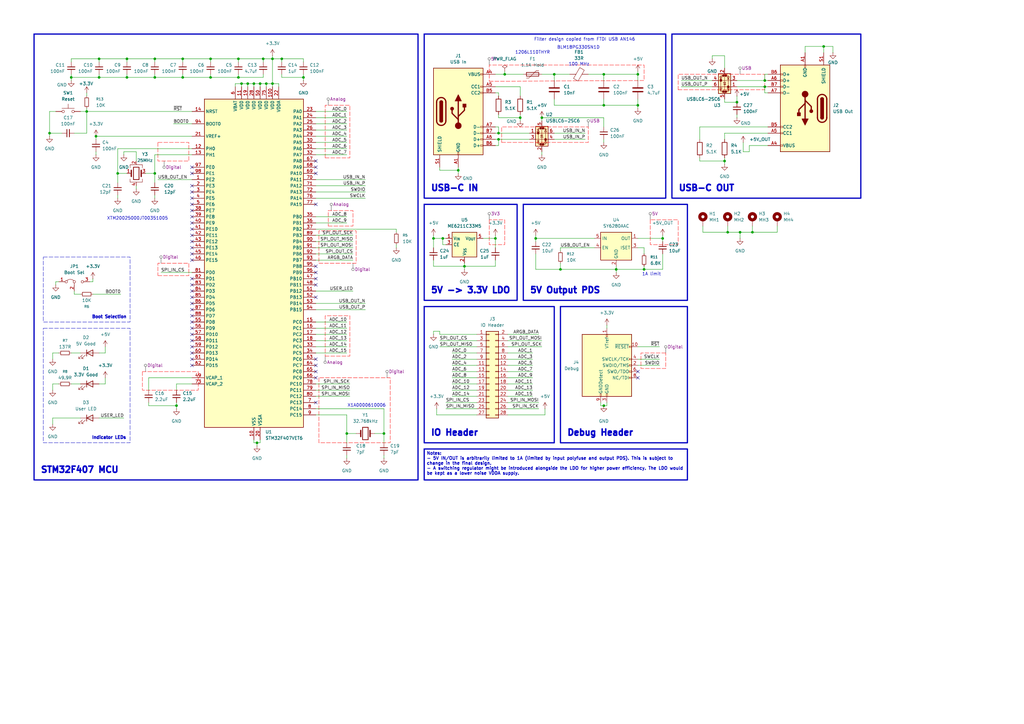
<source format=kicad_sch>
(kicad_sch (version 20250114) (generator "eeschema") (generator_version "9.0")
  (paper "A3")
  (title_block (title "miniMPE F407 Test Board") (date "2026-01-09") (rev "1") (company "Designed by Adrien Lesage") (comment 1 "Final review by Adrien Lesage on 2026-01-09") (comment 2 "Initial review by Adrien Lesage on 2025-12-27"))
  (rectangle (start 173.99 125.73) (end 227.33 181.61) (stroke (width 0.508)))
  (rectangle (start 17.78 105.41) (end 53.34 132.08) (stroke (width 0) (type dash)))
  (rectangle (start 214.63 83.82) (end 281.94 123.19) (stroke (width 0.508)))
  (rectangle (start 173.99 13.97) (end 273.05 81.28) (stroke (width 0.508)))
  (rectangle (start 275.59 13.97) (end 353.06 81.28) (stroke (width 0.508)))
  (rectangle (start 13.97 13.97) (end 171.45 196.85) (stroke (width 0.508)))
  (rectangle (start 229.87 125.73) (end 281.94 181.61) (stroke (width 0.508)))
  (rectangle (start 173.99 83.82) (end 212.09 123.19) (stroke (width 0.508)))
  (rectangle (start 17.78 134.62) (end 53.34 181.61) (stroke (width 0) (type dash)))
  (text "USB-C IN" (at 176.53 78.74 0) (effects (font (size 2.54 2.54) (thickness 1.016) (bold yes)) (justify left bottom)))
  (text "Indicator LEDs" (at 37.592 180.34 0) (effects (font (size 1.27 1.27) (thickness 1.016) (bold yes)) (justify left bottom)))
  (text "Boot Selection" (at 37.592 130.81 0) (effects (font (size 1.27 1.27) (thickness 1.016) (bold yes)) (justify left bottom)))
  (text "1206L110THYR" (at 218.44 21.59 0) (effects (font (size 1.27 1.27))))
  (text "BLM18PG330SN1D" (at 237.236 19.558 0) (effects (font (size 1.27 1.27))))
  (text "Debug Header" (at 232.41 179.07 0) (effects (font (size 2.54 2.54) (thickness 1.016) (bold yes)) (justify left bottom)))
  (text "XTM20025000JT00351005" (at 56.388 89.662 0) (effects (font (size 1.27 1.27))))
  (text "USB-C OUT" (at 278.13 78.74 0) (effects (font (size 2.54 2.54) (thickness 1.016) (bold yes)) (justify left bottom)))
  (text "STM32F407 MCU" (at 16.51 194.31 0) (effects (font (size 2.54 2.54) (thickness 1.016) (bold yes)) (justify left bottom)))
  (text "X1A0000610006" (at 150.368 166.37 0) (effects (font (size 1.27 1.27))))
  (text "Filter design copied from FTDI USB AN146" (at 239.776 16.256 0) (effects (font (size 1.27 1.27))))
  (text "100 MHz" (at 237.49 26.416 0) (effects (font (size 1.27 1.27))))
  (text "5V -> 3.3V LDO" (at 176.53 120.65 0) (effects (font (size 2.54 2.54) (thickness 1.016) (bold yes)) (justify left bottom)))
  (text "IO Header" (at 176.53 179.07 0) (effects (font (size 2.54 2.54) (thickness 1.016) (bold yes)) (justify left bottom)))
  (text "1A limit" (at 267.208 112.522 0) (effects (font (size 1.27 1.27))))
  (text "5V Output PDS" (at 217.17 120.65 0) (effects (font (size 2.54 2.54) (thickness 1.016) (bold yes)) (justify left bottom)))
  (text_box "Notes:\n- 5V IN/OUT is arbitrarily limited to 1A (limited by input polyfuse and output PDS). This is subject to change in the final design.\n- A switching regulator might be introduced alongside the LDO for higher power efficiency. The LDO would be kept as a lower noise VDDA supply." (at 173.99 184.15 0) (size 107.95 12.7) (margins 0.9525 0.9525 0.9525 0.9525) (stroke (width 0.508)) (effects (font (size 1.27 1.27) (thickness 0.254) (bold yes)) (justify left top)))
  (junction (at 207.01 30.48))
  (junction (at 229.87 110.49))
  (junction (at 20.32 54.61))
  (junction (at 63.5 71.12))
  (junction (at 303.53 95.25))
  (junction (at 271.78 97.79))
  (junction (at 35.56 45.72))
  (junction (at 99.06 34.29))
  (junction (at 97.79 24.13))
  (junction (at 115.57 24.13))
  (junction (at 63.5 31.75))
  (junction (at 337.82 19.05))
  (junction (at 109.22 34.29))
  (junction (at 181.61 97.79))
  (junction (at 40.64 31.75))
  (junction (at 40.64 24.13))
  (junction (at 124.46 31.75))
  (junction (at 106.68 34.29))
  (junction (at 86.36 31.75))
  (junction (at 72.39 166.37))
  (junction (at 302.26 41.91))
  (junction (at 74.93 31.75))
  (junction (at 247.65 166.37))
  (junction (at 252.73 110.49))
  (junction (at 313.69 33.02))
  (junction (at 187.96 69.85))
  (junction (at 190.5 109.22))
  (junction (at 74.93 24.13))
  (junction (at 213.36 48.26))
  (junction (at 48.26 71.12))
  (junction (at 86.36 24.13))
  (junction (at 247.65 30.48))
  (junction (at 104.14 34.29))
  (junction (at 111.76 34.29))
  (junction (at 261.62 30.48))
  (junction (at 298.45 95.25))
  (junction (at 219.71 97.79))
  (junction (at 157.48 177.8))
  (junction (at 97.79 31.75))
  (junction (at 107.95 24.13))
  (junction (at 63.5 24.13))
  (junction (at 204.47 57.15))
  (junction (at 52.07 24.13))
  (junction (at 177.8 97.79))
  (junction (at 29.21 31.75))
  (junction (at 101.6 34.29))
  (junction (at 39.37 55.88))
  (junction (at 204.47 54.61))
  (junction (at 247.65 43.18))
  (junction (at 297.18 66.04))
  (junction (at 261.62 43.18))
  (junction (at 222.25 48.26))
  (junction (at 264.16 110.49))
  (junction (at 111.76 24.13))
  (junction (at 203.2 97.79))
  (junction (at 105.41 181.61))
  (junction (at 52.07 31.75))
  (junction (at 227.33 30.48))
  (junction (at 142.24 177.8))
  (junction (at 313.69 35.56))
  (junction (at 308.61 95.25))
  (no_connect (at 129.54 165.1))
  (no_connect (at 129.54 109.22))
  (no_connect (at 78.74 127))
  (no_connect (at 129.54 152.4))
  (no_connect (at 78.74 149.86))
  (no_connect (at 78.74 147.32))
  (no_connect (at 78.74 144.78))
  (no_connect (at 129.54 68.58))
  (no_connect (at 78.74 129.54))
  (no_connect (at 78.74 86.36))
  (no_connect (at 129.54 149.86))
  (no_connect (at 78.74 132.08))
  (no_connect (at 78.74 121.92))
  (no_connect (at 78.74 134.62))
  (no_connect (at 78.74 104.14))
  (no_connect (at 261.62 154.94))
  (no_connect (at 129.54 154.94))
  (no_connect (at 261.62 152.4))
  (no_connect (at 129.54 116.84))
  (no_connect (at 78.74 116.84))
  (no_connect (at 129.54 121.92))
  (no_connect (at 78.74 71.12))
  (no_connect (at 78.74 68.58))
  (no_connect (at 78.74 96.52))
  (no_connect (at 78.74 106.68))
  (no_connect (at 78.74 124.46))
  (no_connect (at 78.74 88.9))
  (no_connect (at 129.54 66.04))
  (no_connect (at 129.54 111.76))
  (no_connect (at 78.74 93.98))
  (no_connect (at 129.54 114.3))
  (no_connect (at 129.54 83.82))
  (no_connect (at 78.74 142.24))
  (no_connect (at 78.74 81.28))
  (no_connect (at 78.74 114.3))
  (no_connect (at 129.54 71.12))
  (no_connect (at 78.74 119.38))
  (no_connect (at 78.74 91.44))
  (no_connect (at 78.74 99.06))
  (no_connect (at 78.74 76.2))
  (no_connect (at 78.74 83.82))
  (no_connect (at 78.74 139.7))
  (no_connect (at 78.74 78.74))
  (no_connect (at 78.74 137.16))
  (no_connect (at 78.74 101.6))
  (no_connect (at 129.54 147.32))
  (wire (pts (xy 22.86 115.57) (xy 24.13 115.57)))
  (wire (pts (xy 229.87 101.6) (xy 229.87 102.87)))
  (wire (pts (xy 111.76 24.13) (xy 115.57 24.13)))
  (wire (pts (xy 302.26 41.91) (xy 297.18 41.91)))
  (wire (pts (xy 144.78 96.52) (xy 129.54 96.52)))
  (wire (pts (xy 99.06 35.56) (xy 99.06 34.29)))
  (wire (pts (xy 180.34 135.89) (xy 180.34 137.16)))
  (wire (pts (xy 203.2 57.15) (xy 204.47 57.15)))
  (wire (pts (xy 115.57 31.75) (xy 115.57 30.48)))
  (wire (pts (xy 227.33 30.48) (xy 222.25 30.48)))
  (wire (pts (xy 149.86 73.66) (xy 129.54 73.66)))
  (wire (pts (xy 60.96 154.94) (xy 60.96 160.02)))
  (wire (pts (xy 314.96 38.1) (xy 313.69 38.1)))
  (wire (pts (xy 63.5 74.93) (xy 63.5 71.12)))
  (wire (pts (xy 279.4 33.02) (xy 292.1 33.02)))
  (wire (pts (xy 104.14 34.29) (xy 104.14 35.56)))
  (wire (pts (xy 104.14 34.29) (xy 106.68 34.29)))
  (wire (pts (xy 307.34 62.23) (xy 304.8 62.23)))
  (wire (pts (xy 144.78 99.06) (xy 129.54 99.06)))
  (wire (pts (xy 213.36 46.99) (xy 213.36 48.26)))
  (wire (pts (xy 86.36 24.13) (xy 74.93 24.13)))
  (wire (pts (xy 40.64 30.48) (xy 40.64 31.75)))
  (wire (pts (xy 177.8 101.6) (xy 177.8 97.79)))
  (wire (pts (xy 287.02 57.15) (xy 287.02 52.07)))
  (wire (pts (xy 111.76 24.13) (xy 107.95 24.13)))
  (wire (pts (xy 341.63 19.05) (xy 337.82 19.05)))
  (wire (pts (xy 129.54 106.68) (xy 144.78 106.68)))
  (wire (pts (xy 107.95 24.13) (xy 97.79 24.13)))
  (wire (pts (xy 39.37 62.23) (xy 39.37 63.5)))
  (wire (pts (xy 185.42 147.32) (xy 195.58 147.32)))
  (wire (pts (xy 109.22 34.29) (xy 109.22 35.56)))
  (wire (pts (xy 35.56 45.72) (xy 35.56 54.61)))
  (wire (pts (xy 270.51 142.24) (xy 261.62 142.24)))
  (wire (pts (xy 288.29 95.25) (xy 298.45 95.25)))
  (wire (pts (xy 227.33 40.64) (xy 227.33 43.18)))
  (wire (pts (xy 111.76 34.29) (xy 111.76 35.56)))
  (wire (pts (xy 203.2 38.1) (xy 204.47 38.1)))
  (wire (pts (xy 271.78 97.79) (xy 271.78 99.06)))
  (wire (pts (xy 55.88 76.2) (xy 55.88 77.47)))
  (wire (pts (xy 43.18 154.94) (xy 43.18 157.48)))
  (wire (pts (xy 252.73 110.49) (xy 252.73 111.76)))
  (wire (pts (xy 97.79 31.75) (xy 107.95 31.75)))
  (wire (pts (xy 190.5 109.22) (xy 190.5 110.49)))
  (wire (pts (xy 72.39 157.48) (xy 78.74 157.48)))
  (wire (pts (xy 220.98 165.1) (xy 208.28 165.1)))
  (wire (pts (xy 218.44 144.78) (xy 208.28 144.78)))
  (wire (pts (xy 218.44 162.56) (xy 208.28 162.56)))
  (wire (pts (xy 72.39 166.37) (xy 60.96 166.37)))
  (wire (pts (xy 233.68 30.48) (xy 227.33 30.48)))
  (wire (pts (xy 302.26 33.02) (xy 313.69 33.02)))
  (wire (pts (xy 21.59 144.78) (xy 24.13 144.78)))
  (wire (pts (xy 104.14 181.61) (xy 105.41 181.61)))
  (wire (pts (xy 157.48 186.69) (xy 157.48 187.96)))
  (wire (pts (xy 287.02 52.07) (xy 314.96 52.07)))
  (wire (pts (xy 297.18 66.04) (xy 297.18 64.77)))
  (wire (pts (xy 264.16 101.6) (xy 264.16 104.14)))
  (wire (pts (xy 314.96 30.48) (xy 313.69 30.48)))
  (wire (pts (xy 204.47 59.69) (xy 203.2 59.69)))
  (wire (pts (xy 22.86 116.84) (xy 22.86 115.57)))
  (wire (pts (xy 185.42 152.4) (xy 195.58 152.4)))
  (wire (pts (xy 50.8 62.23) (xy 55.88 62.23)))
  (wire (pts (xy 313.69 35.56) (xy 313.69 38.1)))
  (wire (pts (xy 86.36 24.13) (xy 86.36 25.4)))
  (wire (pts (xy 313.69 33.02) (xy 314.96 33.02)))
  (wire (pts (xy 177.8 135.89) (xy 177.8 137.16)))
  (wire (pts (xy 227.33 43.18) (xy 247.65 43.18)))
  (wire (pts (xy 129.54 93.98) (xy 162.56 93.98)))
  (wire (pts (xy 63.5 80.01) (xy 63.5 81.28)))
  (wire (pts (xy 218.44 157.48) (xy 208.28 157.48)))
  (wire (pts (xy 39.37 57.15) (xy 39.37 55.88)))
  (wire (pts (xy 219.71 99.06) (xy 219.71 97.79)))
  (wire (pts (xy 107.95 31.75) (xy 107.95 30.48)))
  (wire (pts (xy 35.56 44.45) (xy 35.56 45.72)))
  (wire (pts (xy 29.21 24.13) (xy 29.21 25.4)))
  (wire (pts (xy 246.38 165.1) (xy 246.38 166.37)))
  (wire (pts (xy 52.07 24.13) (xy 40.64 24.13)))
  (wire (pts (xy 129.54 119.38) (xy 144.78 119.38)))
  (wire (pts (xy 129.54 50.8) (xy 142.24 50.8)))
  (wire (pts (xy 21.59 173.99) (xy 21.59 171.45)))
  (wire (pts (xy 66.04 111.76) (xy 78.74 111.76)))
  (wire (pts (xy 144.78 104.14) (xy 129.54 104.14)))
  (wire (pts (xy 297.18 54.61) (xy 314.96 54.61)))
  (wire (pts (xy 270.51 147.32) (xy 261.62 147.32)))
  (wire (pts (xy 60.96 166.37) (xy 60.96 165.1)))
  (wire (pts (xy 111.76 34.29) (xy 111.76 24.13)))
  (wire (pts (xy 204.47 38.1) (xy 204.47 39.37)))
  (wire (pts (xy 185.42 149.86) (xy 195.58 149.86)))
  (wire (pts (xy 52.07 31.75) (xy 63.5 31.75)))
  (wire (pts (xy 162.56 93.98) (xy 162.56 95.25)))
  (wire (pts (xy 302.26 46.99) (xy 302.26 48.26)))
  (wire (pts (xy 292.1 22.86) (xy 297.18 22.86)))
  (wire (pts (xy 180.34 69.85) (xy 187.96 69.85)))
  (wire (pts (xy 129.54 142.24) (xy 142.24 142.24)))
  (wire (pts (xy 297.18 22.86) (xy 297.18 27.94)))
  (wire (pts (xy 246.38 166.37) (xy 247.65 166.37)))
  (wire (pts (xy 207.01 30.48) (xy 203.2 30.48)))
  (wire (pts (xy 252.73 110.49) (xy 264.16 110.49)))
  (wire (pts (xy 153.67 177.8) (xy 157.48 177.8)))
  (wire (pts (xy 214.63 30.48) (xy 207.01 30.48)))
  (wire (pts (xy 20.32 54.61) (xy 20.32 55.88)))
  (wire (pts (xy 177.8 106.68) (xy 177.8 109.22)))
  (wire (pts (xy 21.59 160.02) (xy 21.59 157.48)))
  (wire (pts (xy 222.25 48.26) (xy 222.25 49.53)))
  (wire (pts (xy 292.1 24.13) (xy 292.1 22.86)))
  (wire (pts (xy 218.44 147.32) (xy 208.28 147.32)))
  (wire (pts (xy 48.26 80.01) (xy 48.26 81.28)))
  (wire (pts (xy 252.73 109.22) (xy 252.73 110.49)))
  (wire (pts (xy 203.2 35.56) (xy 213.36 35.56)))
  (wire (pts (xy 279.4 35.56) (xy 292.1 35.56)))
  (wire (pts (xy 247.65 30.48) (xy 261.62 30.48)))
  (wire (pts (xy 29.21 144.78) (xy 33.02 144.78)))
  (wire (pts (xy 318.77 95.25) (xy 318.77 92.71)))
  (wire (pts (xy 204.47 48.26) (xy 204.47 46.99)))
  (wire (pts (xy 181.61 97.79) (xy 181.61 100.33)))
  (wire (pts (xy 149.86 124.46) (xy 129.54 124.46)))
  (wire (pts (xy 218.44 160.02) (xy 208.28 160.02)))
  (wire (pts (xy 223.52 170.18) (xy 223.52 167.64)))
  (wire (pts (xy 177.8 96.52) (xy 177.8 97.79)))
  (wire (pts (xy 63.5 71.12) (xy 59.69 71.12)))
  (wire (pts (xy 213.36 35.56) (xy 213.36 39.37)))
  (wire (pts (xy 218.44 152.4) (xy 208.28 152.4)))
  (wire (pts (xy 129.54 55.88) (xy 142.24 55.88)))
  (wire (pts (xy 104.14 180.34) (xy 104.14 181.61)))
  (wire (pts (xy 247.65 57.15) (xy 247.65 58.42)))
  (wire (pts (xy 50.8 63.5) (xy 50.8 62.23)))
  (wire (pts (xy 49.53 120.65) (xy 38.1 120.65)))
  (wire (pts (xy 271.78 104.14) (xy 271.78 110.49)))
  (wire (pts (xy 114.3 34.29) (xy 114.3 35.56)))
  (wire (pts (xy 64.77 73.66) (xy 78.74 73.66)))
  (wire (pts (xy 219.71 110.49) (xy 219.71 104.14)))
  (wire (pts (xy 20.32 45.72) (xy 20.32 54.61)))
  (wire (pts (xy 74.93 24.13) (xy 63.5 24.13)))
  (wire (pts (xy 74.93 30.48) (xy 74.93 31.75)))
  (wire (pts (xy 227.33 30.48) (xy 227.33 33.02)))
  (wire (pts (xy 203.2 52.07) (xy 204.47 52.07)))
  (wire (pts (xy 40.64 24.13) (xy 29.21 24.13)))
  (wire (pts (xy 52.07 24.13) (xy 52.07 25.4)))
  (wire (pts (xy 142.24 88.9) (xy 129.54 88.9)))
  (wire (pts (xy 190.5 109.22) (xy 190.5 107.95)))
  (wire (pts (xy 129.54 170.18) (xy 142.24 170.18)))
  (wire (pts (xy 129.54 48.26) (xy 142.24 48.26)))
  (wire (pts (xy 182.88 100.33) (xy 181.61 100.33)))
  (wire (pts (xy 298.45 95.25) (xy 303.53 95.25)))
  (wire (pts (xy 302.26 41.91) (xy 302.26 39.37)))
  (wire (pts (xy 105.41 181.61) (xy 106.68 181.61)))
  (wire (pts (xy 142.24 181.61) (xy 142.24 177.8)))
  (wire (pts (xy 220.98 137.16) (xy 208.28 137.16)))
  (wire (pts (xy 252.73 110.49) (xy 229.87 110.49)))
  (wire (pts (xy 204.47 54.61) (xy 203.2 54.61)))
  (wire (pts (xy 29.21 30.48) (xy 29.21 31.75)))
  (wire (pts (xy 204.47 48.26) (xy 213.36 48.26)))
  (wire (pts (xy 313.69 35.56) (xy 314.96 35.56)))
  (wire (pts (xy 143.51 162.56) (xy 129.54 162.56)))
  (wire (pts (xy 247.65 43.18) (xy 261.62 43.18)))
  (wire (pts (xy 72.39 165.1) (xy 72.39 166.37)))
  (wire (pts (xy 229.87 110.49) (xy 219.71 110.49)))
  (wire (pts (xy 43.18 144.78) (xy 40.64 144.78)))
  (wire (pts (xy 107.95 24.13) (xy 107.95 25.4)))
  (wire (pts (xy 218.44 154.94) (xy 208.28 154.94)))
  (wire (pts (xy 142.24 186.69) (xy 142.24 187.96)))
  (wire (pts (xy 101.6 34.29) (xy 104.14 34.29)))
  (wire (pts (xy 143.51 160.02) (xy 129.54 160.02)))
  (wire (pts (xy 74.93 31.75) (xy 86.36 31.75)))
  (wire (pts (xy 99.06 34.29) (xy 101.6 34.29)))
  (wire (pts (xy 203.2 109.22) (xy 203.2 106.68)))
  (wire (pts (xy 247.65 40.64) (xy 247.65 43.18)))
  (wire (pts (xy 106.68 34.29) (xy 109.22 34.29)))
  (wire (pts (xy 72.39 160.02) (xy 72.39 157.48)))
  (wire (pts (xy 96.52 34.29) (xy 99.06 34.29)))
  (wire (pts (xy 261.62 33.02) (xy 261.62 30.48)))
  (wire (pts (xy 330.2 21.59) (xy 330.2 19.05)))
  (wire (pts (xy 303.53 97.79) (xy 303.53 95.25)))
  (wire (pts (xy 72.39 167.64) (xy 72.39 166.37)))
  (wire (pts (xy 21.59 157.48) (xy 24.13 157.48)))
  (wire (pts (xy 308.61 92.71) (xy 308.61 95.25)))
  (wire (pts (xy 129.54 91.44) (xy 142.24 91.44)))
  (wire (pts (xy 97.79 24.13) (xy 86.36 24.13)))
  (wire (pts (xy 204.47 57.15) (xy 204.47 59.69)))
  (wire (pts (xy 63.5 24.13) (xy 52.07 24.13)))
  (wire (pts (xy 106.68 181.61) (xy 106.68 180.34)))
  (wire (pts (xy 222.25 139.7) (xy 208.28 139.7)))
  (wire (pts (xy 203.2 97.79) (xy 198.12 97.79)))
  (wire (pts (xy 302.26 35.56) (xy 313.69 35.56)))
  (wire (pts (xy 337.82 19.05) (xy 337.82 21.59)))
  (wire (pts (xy 111.76 34.29) (xy 114.3 34.29)))
  (wire (pts (xy 241.3 30.48) (xy 247.65 30.48)))
  (wire (pts (xy 222.25 142.24) (xy 208.28 142.24)))
  (wire (pts (xy 330.2 19.05) (xy 337.82 19.05)))
  (wire (pts (xy 149.86 127) (xy 129.54 127)))
  (wire (pts (xy 313.69 30.48) (xy 313.69 33.02)))
  (wire (pts (xy 96.52 35.56) (xy 96.52 34.29)))
  (wire (pts (xy 177.8 109.22) (xy 190.5 109.22)))
  (wire (pts (xy 185.42 162.56) (xy 195.58 162.56)))
  (wire (pts (xy 20.32 54.61) (xy 25.4 54.61)))
  (wire (pts (xy 303.53 95.25) (xy 308.61 95.25)))
  (wire (pts (xy 187.96 69.85) (xy 187.96 71.12)))
  (wire (pts (xy 21.59 147.32) (xy 21.59 144.78)))
  (wire (pts (xy 287.02 66.04) (xy 297.18 66.04)))
  (wire (pts (xy 204.47 52.07) (xy 204.47 54.61)))
  (wire (pts (xy 229.87 110.49) (xy 229.87 107.95)))
  (wire (pts (xy 213.36 49.53) (xy 213.36 48.26)))
  (wire (pts (xy 63.5 30.48) (xy 63.5 31.75)))
  (wire (pts (xy 217.17 57.15) (xy 204.47 57.15)))
  (wire (pts (xy 106.68 34.29) (xy 106.68 35.56)))
  (wire (pts (xy 185.42 154.94) (xy 195.58 154.94)))
  (wire (pts (xy 109.22 34.29) (xy 111.76 34.29)))
  (wire (pts (xy 63.5 63.5) (xy 63.5 71.12)))
  (wire (pts (xy 101.6 34.29) (xy 101.6 35.56)))
  (wire (pts (xy 29.21 157.48) (xy 33.02 157.48)))
  (wire (pts (xy 177.8 135.89) (xy 180.34 135.89)))
  (wire (pts (xy 304.8 58.42) (xy 304.8 62.23)))
  (wire (pts (xy 129.54 53.34) (xy 142.24 53.34)))
  (wire (pts (xy 218.44 149.86) (xy 208.28 149.86)))
  (wire (pts (xy 261.62 43.18) (xy 261.62 44.45)))
  (wire (pts (xy 52.07 30.48) (xy 52.07 31.75)))
  (wire (pts (xy 308.61 95.25) (xy 318.77 95.25)))
  (wire (pts (xy 297.18 41.91) (xy 297.18 40.64)))
  (wire (pts (xy 124.46 31.75) (xy 115.57 31.75)))
  (wire (pts (xy 86.36 30.48) (xy 86.36 31.75)))
  (wire (pts (xy 190.5 109.22) (xy 203.2 109.22)))
  (wire (pts (xy 181.61 97.79) (xy 182.88 97.79)))
  (wire (pts (xy 21.59 171.45) (xy 33.02 171.45)))
  (wire (pts (xy 129.54 137.16) (xy 142.24 137.16)))
  (wire (pts (xy 63.5 24.13) (xy 63.5 25.4)))
  (wire (pts (xy 86.36 31.75) (xy 97.79 31.75)))
  (wire (pts (xy 50.8 171.45) (xy 40.64 171.45)))
  (wire (pts (xy 129.54 58.42) (xy 142.24 58.42)))
  (wire (pts (xy 35.56 45.72) (xy 78.74 45.72)))
  (wire (pts (xy 203.2 96.52) (xy 203.2 97.79)))
  (wire (pts (xy 240.03 54.61) (xy 227.33 54.61)))
  (wire (pts (xy 219.71 96.52) (xy 219.71 97.79)))
  (wire (pts (xy 307.34 62.23) (xy 307.34 59.69)))
  (wire (pts (xy 248.92 166.37) (xy 248.92 165.1)))
  (wire (pts (xy 179.07 170.18) (xy 179.07 167.64)))
  (wire (pts (xy 270.51 149.86) (xy 261.62 149.86)))
  (wire (pts (xy 248.92 133.35) (xy 248.92 134.62)))
  (wire (pts (xy 63.5 63.5) (xy 78.74 63.5)))
  (wire (pts (xy 182.88 167.64) (xy 195.58 167.64)))
  (wire (pts (xy 185.42 144.78) (xy 195.58 144.78)))
  (wire (pts (xy 341.63 21.59) (xy 341.63 19.05)))
  (wire (pts (xy 129.54 60.96) (xy 142.24 60.96)))
  (wire (pts (xy 40.64 24.13) (xy 40.64 25.4)))
  (wire (pts (xy 129.54 144.78) (xy 142.24 144.78)))
  (wire (pts (xy 185.42 157.48) (xy 195.58 157.48)))
  (wire (pts (xy 115.57 24.13) (xy 124.46 24.13)))
  (wire (pts (xy 71.12 50.8) (xy 78.74 50.8)))
  (wire (pts (xy 261.62 29.21) (xy 261.62 30.48)))
  (wire (pts (xy 35.56 54.61) (xy 30.48 54.61)))
  (wire (pts (xy 271.78 110.49) (xy 264.16 110.49)))
  (wire (pts (xy 33.02 45.72) (xy 35.56 45.72)))
  (wire (pts (xy 38.1 114.3) (xy 38.1 115.57)))
  (wire (pts (xy 217.17 54.61) (xy 204.47 54.61)))
  (wire (pts (xy 207.01 29.21) (xy 207.01 30.48)))
  (wire (pts (xy 142.24 177.8) (xy 146.05 177.8)))
  (wire (pts (xy 124.46 31.75) (xy 124.46 33.02)))
  (wire (pts (xy 40.64 31.75) (xy 52.07 31.75)))
  (wire (pts (xy 63.5 31.75) (xy 74.93 31.75)))
  (wire (pts (xy 149.86 78.74) (xy 129.54 78.74)))
  (wire (pts (xy 288.29 92.71) (xy 288.29 95.25)))
  (wire (pts (xy 38.1 115.57) (xy 36.83 115.57)))
  (wire (pts (xy 180.34 139.7) (xy 195.58 139.7)))
  (wire (pts (xy 142.24 132.08) (xy 129.54 132.08)))
  (wire (pts (xy 180.34 142.24) (xy 195.58 142.24)))
  (wire (pts (xy 187.96 69.85) (xy 187.96 68.58)))
  (wire (pts (xy 261.62 101.6) (xy 264.16 101.6)))
  (wire (pts (xy 78.74 154.94) (xy 60.96 154.94)))
  (wire (pts (xy 29.21 31.75) (xy 40.64 31.75)))
  (wire (pts (xy 185.42 160.02) (xy 195.58 160.02)))
  (wire (pts (xy 264.16 110.49) (xy 264.16 109.22)))
  (wire (pts (xy 43.18 142.24) (xy 43.18 144.78)))
  (wire (pts (xy 247.65 30.48) (xy 247.65 33.02)))
  (wire (pts (xy 162.56 100.33) (xy 162.56 101.6)))
  (wire (pts (xy 297.18 57.15) (xy 297.18 54.61)))
  (wire (pts (xy 48.26 71.12) (xy 48.26 74.93)))
  (wire (pts (xy 149.86 81.28) (xy 129.54 81.28)))
  (wire (pts (xy 144.78 101.6) (xy 129.54 101.6)))
  (wire (pts (xy 105.41 181.61) (xy 105.41 182.88)))
  (wire (pts (xy 261.62 97.79) (xy 271.78 97.79)))
  (wire (pts (xy 180.34 137.16) (xy 195.58 137.16)))
  (wire (pts (xy 298.45 92.71) (xy 298.45 95.25)))
  (wire (pts (xy 22.86 45.72) (xy 20.32 45.72)))
  (wire (pts (xy 124.46 30.48) (xy 124.46 31.75)))
  (wire (pts (xy 48.26 71.12) (xy 48.26 60.96)))
  (wire (pts (xy 247.65 48.26) (xy 222.25 48.26)))
  (wire (pts (xy 149.86 76.2) (xy 129.54 76.2)))
  (wire (pts (xy 29.21 31.75) (xy 29.21 33.02)))
  (wire (pts (xy 55.88 62.23) (xy 55.88 66.04)))
  (wire (pts (xy 33.02 120.65) (xy 30.48 120.65)))
  (wire (pts (xy 307.34 59.69) (xy 314.96 59.69)))
  (wire (pts (xy 74.93 24.13) (xy 74.93 25.4)))
  (wire (pts (xy 177.8 97.79) (xy 181.61 97.79)))
  (wire (pts (xy 111.76 22.86) (xy 111.76 24.13)))
  (wire (pts (xy 180.34 68.58) (xy 180.34 69.85)))
  (wire (pts (xy 203.2 101.6) (xy 203.2 97.79)))
  (wire (pts (xy 247.65 52.07) (xy 247.65 48.26)))
  (wire (pts (xy 143.51 157.48) (xy 129.54 157.48)))
  (wire (pts (xy 247.65 166.37) (xy 248.92 166.37)))
  (wire (pts (xy 219.71 97.79) (xy 243.84 97.79)))
  (wire (pts (xy 142.24 170.18) (xy 142.24 177.8)))
  (wire (pts (xy 271.78 96.52) (xy 271.78 97.79)))
  (wire (pts (xy 52.07 71.12) (xy 48.26 71.12)))
  (wire (pts (xy 287.02 64.77) (xy 287.02 66.04)))
  (wire (pts (xy 261.62 43.18) (xy 261.62 40.64)))
  (wire (pts (xy 129.54 167.64) (xy 157.48 167.64)))
  (wire (pts (xy 48.26 60.96) (xy 78.74 60.96)))
  (wire (pts (xy 157.48 177.8) (xy 157.48 167.64)))
  (wire (pts (xy 179.07 170.18) (xy 195.58 170.18)))
  (wire (pts (xy 97.79 24.13) (xy 97.79 25.4)))
  (wire (pts (xy 157.48 177.8) (xy 157.48 181.61)))
  (wire (pts (xy 43.18 157.48) (xy 40.64 157.48)))
  (wire (pts (xy 220.98 167.64) (xy 208.28 167.64)))
  (wire (pts (xy 229.87 101.6) (xy 243.84 101.6)))
  (wire (pts (xy 182.88 165.1) (xy 195.58 165.1)))
  (wire (pts (xy 129.54 139.7) (xy 142.24 139.7)))
  (wire (pts (xy 129.54 134.62) (xy 142.24 134.62)))
  (wire (pts (xy 222.25 62.23) (xy 222.25 63.5)))
  (wire (pts (xy 115.57 24.13) (xy 115.57 25.4)))
  (wire (pts (xy 35.56 38.1) (xy 35.56 39.37)))
  (wire (pts (xy 297.18 66.04) (xy 297.18 67.31)))
  (wire (pts (xy 240.03 57.15) (xy 227.33 57.15)))
  (wire (pts (xy 30.48 120.65) (xy 30.48 119.38)))
  (wire (pts (xy 208.28 170.18) (xy 223.52 170.18)))
  (wire (pts (xy 142.24 45.72) (xy 129.54 45.72)))
  (wire (pts (xy 124.46 24.13) (xy 124.46 25.4)))
  (wire (pts (xy 97.79 30.48) (xy 97.79 31.75)))
  (wire (pts (xy 39.37 55.88) (xy 78.74 55.88)))
  (wire (pts (xy 129.54 63.5) (xy 142.24 63.5)))
  (label "ADC_5" (at 218.44 149.86 180))
  (label "SPI_IN_MISO" (at 143.51 160.02 180))
  (label "SPI_OUT_CS" (at 144.78 104.14 180))
  (label "ADC_4" (at 142.24 55.88 180))
  (label "ADC_6" (at 142.24 60.96 180))
  (label "USB_OUT_P" (at 279.4 35.56 0))
  (label "USB_OUT_N" (at 279.4 33.02 0))
  (label "ADC_14" (at 185.42 162.56 0))
  (label "ADC_7" (at 142.24 63.5 180))
  (label "ADC_3" (at 142.24 53.34 180))
  (label "ADC_13" (at 218.44 160.02 180))
  (label "ADC_13" (at 142.24 139.7 180))
  (label "ARGB_DATA" (at 220.98 137.16 180))
  (label "SPI_OUT_MOSI" (at 222.25 139.7 180))
  (label "SPI_OUT_SCK" (at 144.78 96.52 180))
  (label "SPI_IN_SCK" (at 220.98 167.64 180))
  (label "ADC_10" (at 185.42 157.48 0))
  (label "SPI_OUT_MISO" (at 144.78 99.06 180))
  (label "ADC_9" (at 218.44 154.94 180))
  (label "USB_IN_N" (at 240.03 54.61 180))
  (label "USB_IN_P" (at 149.86 76.2 180))
  (label "SWCLK" (at 270.51 147.32 180))
  (label "ADC_14" (at 142.24 142.24 180))
  (label "SPI_IN_CS" (at 182.88 165.1 0))
  (label "ADC_11" (at 142.24 134.62 180))
  (label "ARGB_DATA" (at 144.78 106.68 180))
  (label "USB_OUT_EN" (at 229.87 101.6 0))
  (label "SPI_IN_MOSI" (at 220.98 165.1 180))
  (label "ADC_1" (at 218.44 144.78 180))
  (label "ADC_10" (at 142.24 132.08 180))
  (label "SWDIO" (at 149.86 78.74 180))
  (label "BOOT0" (at 49.53 120.65 180))
  (label "ADC_6" (at 185.42 152.4 0))
  (label "~{RST}" (at 71.12 45.72 0))
  (label "ADC_5" (at 142.24 58.42 180))
  (label "SPI_IN_MISO" (at 182.88 167.64 0))
  (label "SPI_OUT_SCK" (at 222.25 142.24 180))
  (label "SWDIO" (at 270.51 149.86 180))
  (label "ADC_9" (at 142.24 91.44 180))
  (label "ADC_12" (at 142.24 137.16 180))
  (label "ADC_2" (at 185.42 147.32 0))
  (label "SPI_OUT_MISO" (at 180.34 142.24 0))
  (label "USB_IN_N" (at 149.86 73.66 180))
  (label "SWCLK" (at 149.86 81.28 180))
  (label "~{RST}" (at 270.51 142.24 180))
  (label "ADC_15" (at 218.44 162.56 180))
  (label "BOOT0" (at 71.12 50.8 0))
  (label "USER_LED" (at 144.78 119.38 180))
  (label "ADC_2" (at 142.24 50.8 180))
  (label "SPI_IN_MOSI" (at 143.51 162.56 180))
  (label "ADC_4" (at 185.42 149.86 0))
  (label "USB_IN_P" (at 240.03 57.15 180))
  (label "ADC_1" (at 142.24 48.26 180))
  (label "SPI_OUT_CS" (at 180.34 139.7 0))
  (label "ADC_8" (at 185.42 154.94 0))
  (label "ADC_15" (at 142.24 144.78 180))
  (label "SPI_IN_SCK" (at 143.51 157.48 180))
  (label "ADC_7" (at 218.44 152.4 180))
  (label "ADC_11" (at 218.44 157.48 180))
  (label "ADC_12" (at 185.42 160.02 0))
  (label "ADC_3" (at 218.44 147.32 180))
  (label "USB_OUT_N" (at 149.86 124.46 180))
  (label "USB_OUT_P" (at 149.86 127 180))
  (label "ADC_0" (at 142.24 45.72 180))
  (label "USER_LED" (at 50.8 171.45 180))
  (label "ADC_8" (at 142.24 88.9 180))
  (label "SPI_OUT_MOSI" (at 144.78 101.6 180))
  (label "USB_OUT_EN" (at 64.77 73.66 0))
  (label "SPI_IN_CS" (at 66.04 111.76 0))
  (label "ADC_0" (at 185.42 144.78 0))
  (rule_area (polyline (pts (xy 200.66 90.17) (xy 200.66 100.33) (xy 207.01 100.33) (xy 207.01 90.17)) (stroke (width 0) (type dash))))
  (rule_area (polyline (pts (xy 58.42 152.4) (xy 58.42 160.02) (xy 81.28 160.02) (xy 81.28 152.4)) (stroke (width 0) (type dash))))
  (rule_area (polyline (pts (xy 64.77 58.42) (xy 64.77 66.04) (xy 77.47 66.04) (xy 77.47 58.42)) (stroke (width 0) (type dash))))
  (rule_area (polyline (pts (xy 205.74 58.42) (xy 241.3 58.42) (xy 241.3 52.07) (xy 205.74 52.07)) (stroke (width 0) (type dash))))
  (rule_area (polyline (pts (xy 278.13 36.83) (xy 313.69 36.83) (xy 313.69 30.48) (xy 278.13 30.48)) (stroke (width 0) (type dash))))
  (rule_area (polyline (pts (xy 130.81 154.94) (xy 130.81 181.61) (xy 160.02 181.61) (xy 160.02 154.94)) (stroke (width 0) (type dash))))
  (rule_area (polyline (pts (xy 266.7 90.17) (xy 266.7 100.33) (xy 278.13 100.33) (xy 278.13 90.17)) (stroke (width 0) (type dash))))
  (rule_area (polyline (pts (xy 200.66 33.3375) (xy 264.16 33.02) (xy 264.16 26.67) (xy 200.66 26.67)) (stroke (width 0) (type dash))))
  (rule_area (polyline (pts (xy 133.35 64.77) (xy 143.51 64.77) (xy 143.51 43.18) (xy 133.35 43.18)) (stroke (width 0) (type dash))))
  (rule_area (polyline (pts (xy 64.77 113.03) (xy 77.47 113.03) (xy 77.47 107.95) (xy 64.77 107.95)) (stroke (width 0) (type dash))))
  (rule_area (polyline (pts (xy 134.62 92.71) (xy 144.78 92.71) (xy 144.78 86.36) (xy 134.62 86.36)) (stroke (width 0) (type dash))))
  (rule_area (polyline (pts (xy 273.05 144.78) (xy 262.89 144.78) (xy 262.89 151.13) (xy 273.05 151.13)) (stroke (width 0) (type dash))))
  (rule_area (polyline (pts (xy 130.81 107.95) (xy 146.05 107.95) (xy 146.05 94.615) (xy 130.81 94.615)) (stroke (width 0) (type dash))))
  (rule_area (polyline (pts (xy 133.35 146.05) (xy 143.51 146.05) (xy 143.51 129.54) (xy 133.35 129.54)) (stroke (width 0) (type dash))))
  (netclass_flag "" (length 2.54) (shape round) (at 158.75 154.94 0) (property "Netclass" "Digital" (at 159.4485 152.4 0) (effects (justify left))))
  (netclass_flag "" (length 2.54) (shape round) (at 135.89 86.36 0) (property "Netclass" "Analog" (at 136.5885 83.82 0) (effects (justify left))))
  (netclass_flag "" (length 2.54) (shape round) (at 144.78 107.95 180) (property "Netclass" "Digital" (at 145.4785 110.49 0) (effects (justify left))))
  (netclass_flag "" (length 2.54) (shape round) (at 133.35 146.05 180) (property "Netclass" "Analog" (at 134.0485 148.59 0) (effects (justify left))))
  (netclass_flag "" (length 2.54) (shape round) (at 67.31 66.04 180) (property "Netclass" "Digital" (at 68.0085 68.58 0) (effects (justify left))))
  (netclass_flag "" (length 2.54) (shape round) (at 200.66 90.17 0) (property "Netclass" "3V3" (at 201.3585 87.63 0) (effects (justify left))))
  (netclass_flag "" (length 2.54) (shape round) (at 273.05 144.78 0) (property "Netclass" "Digital" (at 273.7485 142.24 0) (effects (justify left))))
  (netclass_flag "" (length 2.54) (shape round) (at 66.04 107.95 0) (property "Netclass" "Digital" (at 66.7385 105.41 0) (effects (justify left))))
  (netclass_flag "" (length 2.54) (shape round) (at 303.53 30.48 0) (property "Netclass" "USB" (at 304.2285 27.94 0) (effects (justify left))))
  (netclass_flag "" (length 2.54) (shape round) (at 59.69 152.4 0) (property "Netclass" "Digital" (at 60.3885 149.86 0) (effects (justify left))))
  (netclass_flag "" (length 2.54) (shape round) (at 134.62 43.18 0) (property "Netclass" "Analog" (at 135.3185 40.64 0) (effects (justify left))))
  (netclass_flag "" (length 2.54) (shape round) (at 241.3 52.07 0) (property "Netclass" "USB" (at 241.9985 49.53 0) (effects (justify left))))
  (netclass_flag "" (length 2.54) (shape round) (at 200.66 26.67 0) (property "Netclass" "5V" (at 201.3585 24.13 0) (effects (justify left))))
  (netclass_flag "" (length 2.54) (shape round) (at 266.7 90.17 0) (property "Netclass" "5V" (at 267.3985 87.63 0) (effects (justify left))))
  (symbol (lib_id "Device:C") (at 261.62 36.83 0) (unit 1)
    (property "Reference" "C3" (at 265.43 35.5599 0) (effects (justify left)))
    (property "Value" "4.7uF" (at 265.43 38.0999 0) (effects (justify left)))
    (property "Footprint" "Capacitor_SMD:C_0603_1608Metric" (effects (hide yes)))
    (property "Description" "Unpolarized capacitor" (effects (hide yes)))
  )
  (symbol (lib_id "Device:C_Small") (at 29.21 27.94 0) (mirror y) (unit 1)
    (property "Reference" "C11" (at 26.67 26.6762 0) (effects (justify left)))
    (property "Value" "100nF" (at 26.67 29.2162 0) (effects (justify left)))
    (property "Footprint" "Capacitor_SMD:C_0402_1005Metric" (effects (hide yes)))
    (property "Description" "Unpolarized capacitor, small symbol" (effects (hide yes)))
    (property "LCSC" "C1525" (effects (hide yes)))
  )
  (symbol (lib_id "Device:C_Small") (at 86.36 27.94 0) (mirror y) (unit 1)
    (property "Reference" "C6" (at 83.82 26.6762 0) (effects (justify left)))
    (property "Value" "100nF" (at 83.82 29.2162 0) (effects (justify left)))
    (property "Footprint" "Capacitor_SMD:C_0402_1005Metric" (effects (hide yes)))
    (property "Description" "Unpolarized capacitor, small symbol" (effects (hide yes)))
    (property "LCSC" "C1525" (effects (hide yes)))
  )
  (symbol (lib_id "Device:C_Small") (at 40.64 27.94 0) (mirror y) (unit 1)
    (property "Reference" "C10" (at 38.1 26.6762 0) (effects (justify left)))
    (property "Value" "100nF" (at 38.1 29.2162 0) (effects (justify left)))
    (property "Footprint" "Capacitor_SMD:C_0402_1005Metric" (effects (hide yes)))
    (property "Description" "Unpolarized capacitor, small symbol" (effects (hide yes)))
    (property "LCSC" "C1525" (effects (hide yes)))
  )
  (symbol (lib_id "Device:R") (at 204.47 43.18 0) (unit 1)
    (property "Reference" "R3" (at 207.01 41.9099 0) (effects (justify left)))
    (property "Value" "5.1K" (at 207.01 44.4499 0) (effects (justify left)))
    (property "Footprint" "Resistor_SMD:R_0402_1005Metric" (effects (hide yes)))
    (property "Description" "Resistor" (effects (hide yes)))
  )
  (symbol (lib_id "power:GND") (at 142.24 187.96 0) (unit 1)
    (property "Reference" "#PWR024" (effects (hide yes)))
    (property "Value" "GND" (at 142.24 193.04 0))
    (property "Description" "Power symbol creates a global label with name \"GND\" , ground" (effects (hide yes)))
  )
  (symbol (lib_id "power:+3.3V") (at 179.07 167.64 0) (unit 1)
    (property "Reference" "#PWR047" (effects (hide yes)))
    (property "Value" "+3.3V" (at 179.07 162.56 0))
    (property "Description" "Power symbol creates a global label with name \"+3.3V\"" (effects (hide yes)))
  )
  (symbol (lib_id "Device:C_Small") (at 247.65 54.61 0) (unit 1)
    (property "Reference" "C26" (at 250.19 53.3462 0) (effects (justify left)))
    (property "Value" "100nF" (at 250.19 55.8862 0) (effects (justify left)))
    (property "Footprint" "Capacitor_SMD:C_0402_1005Metric" (effects (hide yes)))
    (property "Description" "Unpolarized capacitor, small symbol" (effects (hide yes)))
  )
  (symbol (lib_id "power:GND") (at 247.65 166.37 0) (unit 1)
    (property "Reference" "#PWR035" (effects (hide yes)))
    (property "Value" "GND" (at 247.65 172.72 0))
    (property "Description" "Power symbol creates a global label with name \"GND\" , ground" (effects (hide yes)))
  )
  (symbol (lib_id "Device:C_Small") (at 63.5 27.94 0) (mirror y) (unit 1)
    (property "Reference" "C8" (at 60.96 26.6762 0) (effects (justify left)))
    (property "Value" "100nF" (at 60.96 29.2162 0) (effects (justify left)))
    (property "Footprint" "Capacitor_SMD:C_0402_1005Metric" (effects (hide yes)))
    (property "Description" "Unpolarized capacitor, small symbol" (effects (hide yes)))
    (property "LCSC" "C1525" (effects (hide yes)))
  )
  (symbol (lib_id "Device:C_Small") (at 27.94 54.61 90) (unit 1)
    (property "Reference" "C17" (at 27.9463 48.26 90))
    (property "Value" "100nF" (at 27.9463 50.8 90))
    (property "Footprint" "Capacitor_SMD:C_0402_1005Metric" (effects (hide yes)))
    (property "Description" "Unpolarized capacitor, small symbol" (effects (hide yes)))
    (property "LCSC" "C1525" (effects (hide yes)))
  )
  (symbol (lib_id "power:GND") (at 124.46 33.02 0) (unit 1)
    (property "Reference" "#PWR015" (effects (hide yes)))
    (property "Value" "GND" (at 124.46 38.1 0))
    (property "Description" "Power symbol creates a global label with name \"GND\" , ground" (effects (hide yes)))
  )
  (symbol (lib_id "Device:Polyfuse") (at 218.44 30.48 90) (unit 1)
    (property "Reference" "F1" (at 218.44 24.13 90))
    (property "Value" "1.1A Hold" (at 218.44 26.67 90))
    (property "Footprint" "Fuse:Fuse_1206_3216Metric" (effects (hide yes)))
    (property "Description" "Resettable fuse, polymeric positive temperature coefficient" (effects (hide yes)))
  )
  (symbol (lib_id "Device:Crystal") (at 149.86 177.8 0) (unit 1)
    (property "Reference" "Y1" (at 149.86 170.18 0))
    (property "Value" "32.768kHz" (at 149.86 172.72 0))
    (property "Footprint" "Crystal:Crystal_SMD_2012-2Pin_2.0x1.2mm" (effects (hide yes)))
    (property "Description" "Two pin crystal" (effects (hide yes)))
  )
  (symbol (lib_id "power:+5V") (at 177.8 96.52 0) (unit 1)
    (property "Reference" "#PWR042" (effects (hide yes)))
    (property "Value" "+5V" (at 177.8 91.44 0))
    (property "Description" "Power symbol creates a global label with name \"+5V\"" (effects (hide yes)))
  )
  (symbol (lib_id "power:GND") (at 187.96 71.12 0) (unit 1)
    (property "Reference" "#PWR03" (effects (hide yes)))
    (property "Value" "GND" (at 191.77 73.152 0))
    (property "Description" "Power symbol creates a global label with name \"GND\" , ground" (effects (hide yes)))
  )
  (symbol (lib_id "power:GND") (at 252.73 111.76 0) (unit 1)
    (property "Reference" "#PWR029" (effects (hide yes)))
    (property "Value" "GND" (at 252.73 116.84 0))
    (property "Description" "Power symbol creates a global label with name \"GND\" , ground" (effects (hide yes)))
  )
  (symbol (lib_id "Device:FerriteBead") (at 237.49 30.48 90) (unit 1)
    (property "Reference" "FB1" (at 237.49 21.336 90))
    (property "Value" "33R" (at 237.49 23.876 90))
    (property "Footprint" "Inductor_SMD:L_0603_1608Metric" (effects (hide yes)))
    (property "Description" "Ferrite bead" (effects (hide yes)))
  )
  (symbol (lib_id "power:GND") (at 50.8 63.5 0) (unit 1)
    (property "Reference" "#PWR039" (effects (hide yes)))
    (property "Value" "GND" (at 50.8 68.58 0))
    (property "Description" "Power symbol creates a global label with name \"GND\" , ground" (effects (hide yes)))
  )
  (symbol (lib_id "power:GND") (at 105.41 182.88 0) (unit 1)
    (property "Reference" "#PWR010" (effects (hide yes)))
    (property "Value" "GND" (at 105.41 187.96 0))
    (property "Description" "Power symbol creates a global label with name \"GND\" , ground" (effects (hide yes)))
  )
  (symbol (lib_id "power:GND") (at 261.62 44.45 0) (unit 1)
    (property "Reference" "#PWR04" (effects (hide yes)))
    (property "Value" "GND" (at 261.62 49.53 0))
    (property "Description" "Power symbol creates a global label with name \"GND\" , ground" (effects (hide yes)))
  )
  (symbol (lib_id "power:+3.3V") (at 35.56 38.1 0) (unit 1)
    (property "Reference" "#PWR032" (effects (hide yes)))
    (property "Value" "+3.3V" (at 35.306 34.29 0))
    (property "Description" "Power symbol creates a global label with name \"+3.3V\"" (effects (hide yes)))
  )
  (symbol (lib_id "power:GND") (at 20.32 55.88 0) (unit 1)
    (property "Reference" "#PWR017" (effects (hide yes)))
    (property "Value" "GND" (at 20.32 60.96 0))
    (property "Description" "Power symbol creates a global label with name \"GND\" , ground" (effects (hide yes)))
  )
  (symbol (lib_id "Power_Protection:USBLC6-2SC6") (at 222.25 54.61 0) (unit 1)
    (property "Reference" "U2" (at 223.9011 46.99 0) (effects (justify left)))
    (property "Value" "USBLC6-2SC6" (at 223.9011 49.53 0) (effects (justify left)))
    (property "Footprint" "Package_TO_SOT_SMD:SOT-23-6" (effects (hide yes)))
    (property "Datasheet" "https://www.st.com/resource/en/datasheet/usblc6-2.pdf" (effects (hide yes)))
    (property "Description" "Very low capacitance ESD protection diode, 2 data-line, SOT-23-6" (effects (hide yes)))
    (property "LCSC" "C7519" (effects (hide yes)))
  )
  (symbol (lib_id "power:+3.3V") (at 248.92 133.35 0) (unit 1)
    (property "Reference" "#PWR036" (effects (hide yes)))
    (property "Value" "+3.3V" (at 248.92 128.27 0))
    (property "Description" "Power symbol creates a global label with name \"+3.3V\"" (effects (hide yes)))
  )
  (symbol (lib_id "power:+3.3V") (at 39.37 55.88 0) (unit 1)
    (property "Reference" "#PWR011" (effects (hide yes)))
    (property "Value" "+3.3V" (at 39.37 50.8 0))
    (property "Description" "Power symbol creates a global label with name \"+3.3V\"" (effects (hide yes)))
  )
  (symbol (lib_id "Device:C_Small") (at 48.26 77.47 0) (unit 1)
    (property "Reference" "C21" (at 45.72 76.2062 0) (effects (justify right)))
    (property "Value" "12pF" (at 45.72 78.7462 0) (effects (justify right)))
    (property "Footprint" "Capacitor_SMD:C_0402_1005Metric" (effects (hide yes)))
    (property "Description" "Unpolarized capacitor, small symbol" (effects (hide yes)))
  )
  (symbol (lib_id "Regulator_Linear:ME6211C33M5") (at 190.5 100.33 0) (unit 1)
    (property "Reference" "U5" (at 190.5 90.17 0))
    (property "Value" "ME6211C33M5" (at 190.5 92.71 0))
    (property "Footprint" "Package_TO_SOT_SMD:SOT-23-5" (effects (hide yes)))
    (property "Datasheet" "https://www.lcsc.com/datasheet/lcsc_datasheet_2304140030_MICRONE-Nanjing-Micro-One-Elec-ME6211C33R5G_C235316.pdf" (effects (hide yes)))
    (property "Description" "500mA low dropout linear regulator, shutdown pin, 6.5V max input voltage, 3.3V fixed positive output, SOT-23-5" (effects (hide yes)))
  )
  (symbol (lib_id "miniMPE:+5V_OUT") (at 304.8 58.42 0) (mirror y) (unit 1)
    (property "Reference" "#PWR031" (effects (hide yes)))
    (property "Value" "+5V_OUT" (at 307.34 57.1499 0) (effects (justify right)))
    (property "Description" "Power symbol creates a global label with name \"+5V_OUT\"" (effects (hide yes)))
  )
  (symbol (lib_id "power:+3.3V") (at 43.18 154.94 0) (unit 1)
    (property "Reference" "#PWR019" (effects (hide yes)))
    (property "Value" "+3.3V" (at 43.18 149.86 0))
    (property "Description" "Power symbol creates a global label with name \"+3.3V\"" (effects (hide yes)))
  )
  (symbol (lib_id "power:GND") (at 292.1 24.13 0) (unit 1)
    (property "Reference" "#PWR08" (effects (hide yes)))
    (property "Value" "GND" (at 292.1 29.21 0))
    (property "Description" "Power symbol creates a global label with name \"GND\" , ground" (effects (hide yes)))
  )
  (symbol (lib_id "Device:LED") (at 36.83 144.78 0) (unit 1)
    (property "Reference" "D2" (at 35.2425 138.43 0))
    (property "Value" "5V Good" (at 35.2425 140.97 0))
    (property "Footprint" "LED_SMD:LED_0603_1608Metric" (effects (hide yes)))
    (property "Description" "Light emitting diode" (effects (hide yes)))
    (property "Sim.Pins" "1=K 2=A" (effects (hide yes)))
  )
  (symbol (lib_id "power:GND") (at 222.25 63.5 0) (unit 1)
    (property "Reference" "#PWR02" (effects (hide yes)))
    (property "Value" "GND" (at 222.25 68.58 0))
    (property "Description" "Power symbol creates a global label with name \"GND\" , ground" (effects (hide yes)))
  )
  (symbol (lib_id "Connector:Conn_ARM_JTAG_SWD_10") (at 248.92 149.86 0) (unit 1)
    (property "Reference" "J4" (at 237.49 148.5899 0) (effects (justify right)))
    (property "Value" "Debug" (at 237.49 151.1299 0) (effects (justify right)))
    (property "Footprint" "Connector_PinHeader_2.54mm:PinHeader_2x05_P2.54mm_Vertical" (effects (hide yes)))
    (property "Datasheet" "http://infocenter.arm.com/help/topic/com.arm.doc.ddi0314h/DDI0314H_coresight_components_trm.pdf" (effects (hide yes)))
    (property "Description" "Cortex Debug Connector, standard ARM Cortex-M SWD and JTAG interface" (effects (hide yes)))
  )
  (symbol (lib_id "Device:R_Small") (at 229.87 105.41 0) (unit 1)
    (property "Reference" "R12" (at 232.41 104.1399 0) (effects (font (size 1.016 1.016)) (justify left)))
    (property "Value" "10K" (at 232.41 106.6799 0) (effects (justify left)))
    (property "Footprint" "Resistor_SMD:R_0402_1005Metric" (effects (hide yes)))
    (property "Description" "Resistor, small symbol" (effects (hide yes)))
  )
  (symbol (lib_id "Device:R") (at 287.02 60.96 0) (unit 1)
    (property "Reference" "R2" (at 289.56 59.6899 0) (effects (justify left)))
    (property "Value" "5.1K" (at 289.56 62.2299 0) (effects (justify left)))
    (property "Footprint" "Resistor_SMD:R_0402_1005Metric" (effects (hide yes)))
    (property "Description" "Resistor" (effects (hide yes)))
  )
  (symbol (lib_id "Device:C_Small") (at 52.07 27.94 0) (mirror y) (unit 1)
    (property "Reference" "C9" (at 49.53 26.6762 0) (effects (justify left)))
    (property "Value" "100nF" (at 49.53 29.2162 0) (effects (justify left)))
    (property "Footprint" "Capacitor_SMD:C_0402_1005Metric" (effects (hide yes)))
    (property "Description" "Unpolarized capacitor, small symbol" (effects (hide yes)))
    (property "LCSC" "C1525" (effects (hide yes)))
  )
  (symbol (lib_id "power:GND") (at 22.86 116.84 0) (unit 1)
    (property "Reference" "#PWR033" (effects (hide yes)))
    (property "Value" "GND" (at 22.86 121.92 0))
    (property "Description" "Power symbol creates a global label with name \"GND\" , ground" (effects (hide yes)))
  )
  (symbol (lib_id "Device:R_Small") (at 162.56 97.79 180) (unit 1)
    (property "Reference" "R5" (at 165.1 96.5199 0) (effects (font (size 1.016 1.016)) (justify right)))
    (property "Value" "10K" (at 165.1 99.0599 0) (effects (justify right)))
    (property "Footprint" "Resistor_SMD:R_0402_1005Metric" (effects (hide yes)))
    (property "Description" "Resistor, small symbol" (effects (hide yes)))
  )
  (symbol (lib_id "Device:C_Small") (at 39.37 59.69 0) (unit 1)
    (property "Reference" "C4" (at 41.91 58.4262 0) (effects (justify left)))
    (property "Value" "100nF" (at 41.91 60.9662 0) (effects (justify left)))
    (property "Footprint" "Capacitor_SMD:C_0402_1005Metric" (effects (hide yes)))
    (property "Description" "Unpolarized capacitor, small symbol" (effects (hide yes)))
    (property "LCSC" "C1525" (effects (hide yes)))
  )
  (symbol (lib_id "Device:R") (at 297.18 60.96 0) (unit 1)
    (property "Reference" "R4" (at 299.72 59.6899 0) (effects (justify left)))
    (property "Value" "5.1K" (at 299.72 62.2299 0) (effects (justify left)))
    (property "Footprint" "Resistor_SMD:R_0402_1005Metric" (effects (hide yes)))
    (property "Description" "Resistor" (effects (hide yes)))
  )
  (symbol (lib_id "power:+3.3V") (at 38.1 114.3 0) (unit 1)
    (property "Reference" "#PWR034" (effects (hide yes)))
    (property "Value" "+3.3V" (at 38.1 109.22 0))
    (property "Description" "Power symbol creates a global label with name \"+3.3V\"" (effects (hide yes)))
  )
  (symbol (lib_id "Device:C_Small") (at 60.96 162.56 0) (unit 1)
    (property "Reference" "C16" (at 63.5 161.2962 0) (effects (justify left)))
    (property "Value" "2.2uF" (at 63.5 163.8362 0) (effects (justify left)))
    (property "Footprint" "Capacitor_SMD:C_0603_1608Metric" (effects (hide yes)))
    (property "Description" "Unpolarized capacitor, small symbol" (effects (hide yes)))
  )
  (symbol (lib_id "Device:C_Small") (at 203.2 104.14 0) (mirror y) (unit 1)
    (property "Reference" "C25" (at 200.66 102.8762 0) (effects (justify left)))
    (property "Value" "1uF" (at 200.66 105.4162 0) (effects (justify left)))
    (property "Footprint" "Capacitor_SMD:C_0402_1005Metric" (effects (hide yes)))
    (property "Description" "Unpolarized capacitor, small symbol" (effects (hide yes)))
  )
  (symbol (lib_id "Device:R_Small") (at 35.56 41.91 0) (unit 1)
    (property "Reference" "R13" (at 39.37 40.6399 0) (effects (font (size 1.016 1.016)) (justify left)))
    (property "Value" "10K" (at 39.37 43.1799 0) (effects (justify left)))
    (property "Footprint" "Resistor_SMD:R_0402_1005Metric" (effects (hide yes)))
    (property "Description" "Resistor, small symbol" (effects (hide yes)))
  )
  (symbol (lib_id "power:PWR_FLAG") (at 207.01 29.21 0) (unit 1)
    (property "Reference" "#FLG01" (effects (hide yes)))
    (property "Value" "PWR_FLAG" (at 207.01 24.13 0))
    (property "Description" "Special symbol for telling ERC where power comes from" (effects (hide yes)))
  )
  (symbol (lib_id "Mechanical:MountingHole_Pad") (at 318.77 90.17 0) (unit 1) (in_bom no)
    (property "Reference" "H4" (at 321.31 87.6299 0) (effects (justify left)))
    (property "Value" "MH4" (at 321.31 90.1699 0) (effects (justify left)))
    (property "Footprint" "MountingHole:MountingHole_3.2mm_M3_DIN965_Pad" (effects (hide yes)))
    (property "Description" "Mounting Hole with connection" (effects (hide yes)))
  )
  (symbol (lib_id "Device:C_Small") (at 219.71 101.6 0) (unit 1)
    (property "Reference" "C22" (at 222.25 100.3362 0) (effects (justify left)))
    (property "Value" "10uF" (at 222.25 102.8762 0) (effects (justify left)))
    (property "Footprint" "Capacitor_SMD:C_0402_1005Metric" (effects (hide yes)))
    (property "Description" "Unpolarized capacitor, small symbol" (effects (hide yes)))
  )
  (symbol (lib_id "MCU_ST_STM32F4:STM32F407VETx") (at 104.14 109.22 0) (unit 1)
    (property "Reference" "U1" (at 108.8233 177.1462 0) (effects (justify left)))
    (property "Value" "STM32F407VET6" (at 108.8233 179.6862 0) (effects (justify left)))
    (property "Footprint" "Package_QFP:LQFP-100_14x14mm_P0.5mm" (effects (hide yes)))
    (property "Datasheet" "https://www.st.com/resource/en/datasheet/stm32f407ve.pdf" (effects (hide yes)))
    (property "Description" "STMicroelectronics Arm Cortex-M4 MCU, 512KB flash, 192KB RAM, 168 MHz, 1.8-3.6V, 82 GPIO, LQFP100" (effects (hide yes)))
    (property "LCSC" "C28730" (effects (hide yes)))
  )
  (symbol (lib_id "power:GND") (at 21.59 147.32 0) (unit 1)
    (property "Reference" "#PWR021" (effects (hide yes)))
    (property "Value" "GND" (at 21.59 152.4 0))
    (property "Description" "Power symbol creates a global label with name \"GND\" , ground" (effects (hide yes)))
  )
  (symbol (lib_id "Device:C_Small") (at 97.79 27.94 0) (mirror y) (unit 1)
    (property "Reference" "C5" (at 95.25 26.6762 0) (effects (justify left)))
    (property "Value" "100nF" (at 95.25 29.2162 0) (effects (justify left)))
    (property "Footprint" "Capacitor_SMD:C_0402_1005Metric" (effects (hide yes)))
    (property "Description" "Unpolarized capacitor, small symbol" (effects (hide yes)))
    (property "LCSC" "C1525" (effects (hide yes)))
  )
  (symbol (lib_id "Device:C_Small") (at 271.78 101.6 0) (unit 1)
    (property "Reference" "C23" (at 274.32 100.3362 0) (effects (justify left)))
    (property "Value" "10uF" (at 274.32 102.8762 0) (effects (justify left)))
    (property "Footprint" "Capacitor_SMD:C_0402_1005Metric" (effects (hide yes)))
    (property "Description" "Unpolarized capacitor, small symbol" (effects (hide yes)))
  )
  (symbol (lib_id "Device:R_Small") (at 35.56 120.65 270) (unit 1)
    (property "Reference" "R6" (at 35.56 125.73 90) (effects (font (size 1.016 1.016))))
    (property "Value" "10K" (at 35.56 123.19 90))
    (property "Footprint" "Resistor_SMD:R_0402_1005Metric" (effects (hide yes)))
    (property "Description" "Resistor, small symbol" (effects (hide yes)))
  )
  (symbol (lib_id "power:GND") (at 21.59 173.99 0) (unit 1)
    (property "Reference" "#PWR023" (effects (hide yes)))
    (property "Value" "GND" (at 21.59 179.07 0))
    (property "Description" "Power symbol creates a global label with name \"GND\" , ground" (effects (hide yes)))
  )
  (symbol (lib_id "Device:R_Small") (at 26.67 157.48 270) (mirror x) (unit 1)
    (property "Reference" "R8" (at 26.67 152.4 90) (effects (font (size 1.016 1.016))))
    (property "Value" "49.9R" (at 26.67 154.94 90))
    (property "Footprint" "Resistor_SMD:R_0402_1005Metric" (effects (hide yes)))
    (property "Description" "Resistor, small symbol" (effects (hide yes)))
  )
  (symbol (lib_id "Power_Protection:USBLC6-2SC6") (at 297.18 35.56 180) (unit 1)
    (property "Reference" "U3" (at 295.5289 43.18 0) (effects (justify left)))
    (property "Value" "USBLC6-2SC6" (at 295.5289 40.64 0) (effects (justify left)))
    (property "Footprint" "Package_TO_SOT_SMD:SOT-23-6" (effects (hide yes)))
    (property "Datasheet" "https://www.st.com/resource/en/datasheet/usblc6-2.pdf" (effects (hide yes)))
    (property "Description" "Very low capacitance ESD protection diode, 2 data-line, SOT-23-6" (effects (hide yes)))
    (property "LCSC" "C7519" (effects (hide yes)))
  )
  (symbol (lib_id "Device:R_Small") (at 264.16 106.68 0) (unit 1)
    (property "Reference" "R11" (at 266.7 105.4099 0) (effects (font (size 1.016 1.016)) (justify left)))
    (property "Value" "6.8K" (at 266.7 107.9499 0) (effects (justify left)))
    (property "Footprint" "Resistor_SMD:R_0402_1005Metric" (effects (hide yes)))
    (property "Description" "Resistor, small symbol" (effects (hide yes)))
  )
  (symbol (lib_id "power:GND") (at 63.5 81.28 0) (mirror y) (unit 1)
    (property "Reference" "#PWR026" (effects (hide yes)))
    (property "Value" "GND" (at 63.5 86.36 0))
    (property "Description" "Power symbol creates a global label with name \"GND\" , ground" (effects (hide yes)))
  )
  (symbol (lib_id "Device:Crystal_GND24") (at 55.88 71.12 0) (unit 1)
    (property "Reference" "Y3" (at 59.436 63.246 0))
    (property "Value" "25MHz" (at 59.436 65.786 0))
    (property "Footprint" "Crystal:Crystal_SMD_2016-4Pin_2.0x1.6mm" (effects (hide yes)))
    (property "Description" "Four pin crystal, GND on pins 2 and 4" (effects (hide yes)))
  )
  (symbol (lib_id "power:GND") (at 341.63 21.59 0) (unit 1)
    (property "Reference" "#PWR07" (effects (hide yes)))
    (property "Value" "GND" (at 341.63 25.654 0))
    (property "Description" "Power symbol creates a global label with name \"GND\" , ground" (effects (hide yes)))
  )
  (symbol (lib_id "Connector_Generic:Conn_02x14_Odd_Even") (at 200.66 152.4 0) (unit 1)
    (property "Reference" "J3" (at 201.93 130.81 0))
    (property "Value" "IO Header" (at 201.93 133.35 0))
    (property "Footprint" "Connector_PinSocket_2.54mm:PinSocket_2x14_P2.54mm_Horizontal" (effects (hide yes)))
    (property "Description" "Generic connector, double row, 02x14, odd/even pin numbering scheme (row 1 odd numbers, row 2 even numbers), script generated (kicad-library-utils/schlib/autogen/connector/)" (effects (hide yes)))
  )
  (symbol (lib_id "power:+3.3V") (at 203.2 96.52 0) (unit 1)
    (property "Reference" "#PWR043" (effects (hide yes)))
    (property "Value" "+3.3V" (at 203.2 91.44 0))
    (property "Description" "Power symbol creates a global label with name \"+3.3V\"" (effects (hide yes)))
  )
  (symbol (lib_id "power:+5V") (at 223.52 167.64 0) (unit 1)
    (property "Reference" "#PWR048" (effects (hide yes)))
    (property "Value" "+5V" (at 223.52 162.56 0))
    (property "Description" "Power symbol creates a global label with name \"+5V\"" (effects (hide yes)))
  )
  (symbol (lib_id "power:+5V") (at 43.18 142.24 0) (unit 1)
    (property "Reference" "#PWR020" (effects (hide yes)))
    (property "Value" "+5V" (at 43.18 137.16 0))
    (property "Description" "Power symbol creates a global label with name \"+5V\"" (effects (hide yes)))
  )
  (symbol (lib_id "Device:C") (at 247.65 36.83 0) (unit 1)
    (property "Reference" "C2" (at 251.46 35.5599 0) (effects (justify left)))
    (property "Value" "100nF" (at 251.46 38.0999 0) (effects (justify left)))
    (property "Footprint" "Capacitor_SMD:C_0402_1005Metric" (effects (hide yes)))
    (property "Description" "Unpolarized capacitor" (effects (hide yes)))
    (property "LCSC" "C1525" (effects (hide yes)))
  )
  (symbol (lib_id "Jumper:Jumper_3_Bridged12") (at 30.48 115.57 0) (unit 1) (in_bom no)
    (property "Reference" "JP1" (at 30.48 109.22 0))
    (property "Value" "Boot Sel" (at 30.48 111.76 0))
    (property "Footprint" "Connector_PinHeader_2.54mm:PinHeader_1x03_P2.54mm_Vertical" (effects (hide yes)))
    (property "Description" "Jumper, 3-pole, pins 1+2 closed/bridged" (effects (hide yes)))
  )
  (symbol (lib_id "Device:C_Small") (at 72.39 162.56 0) (unit 1)
    (property "Reference" "C15" (at 74.93 161.2962 0) (effects (justify left)))
    (property "Value" "2.2uF" (at 74.93 163.8362 0) (effects (justify left)))
    (property "Footprint" "Capacitor_SMD:C_0603_1608Metric" (effects (hide yes)))
    (property "Description" "Unpolarized capacitor, small symbol" (effects (hide yes)))
  )
  (symbol (lib_id "Device:C_Small") (at 115.57 27.94 0) (unit 1)
    (property "Reference" "C14" (at 118.11 26.6762 0) (effects (justify left)))
    (property "Value" "1uF" (at 118.11 29.2162 0) (effects (justify left)))
    (property "Footprint" "Capacitor_SMD:C_0603_1608Metric" (effects (hide yes)))
    (property "Description" "Unpolarized capacitor, small symbol" (effects (hide yes)))
  )
  (symbol (lib_id "power:GND") (at 72.39 167.64 0) (unit 1)
    (property "Reference" "#PWR013" (effects (hide yes)))
    (property "Value" "GND" (at 72.39 172.72 0))
    (property "Description" "Power symbol creates a global label with name \"GND\" , ground" (effects (hide yes)))
  )
  (symbol (lib_id "power:+5V") (at 261.62 29.21 0) (unit 1)
    (property "Reference" "#PWR05" (effects (hide yes)))
    (property "Value" "+5V" (at 261.62 24.13 0))
    (property "Description" "Power symbol creates a global label with name \"+5V\"" (effects (hide yes)))
  )
  (symbol (lib_id "Device:C_Small") (at 74.93 27.94 0) (mirror y) (unit 1)
    (property "Reference" "C7" (at 72.39 26.6762 0) (effects (justify left)))
    (property "Value" "100nF" (at 72.39 29.2162 0) (effects (justify left)))
    (property "Footprint" "Capacitor_SMD:C_0402_1005Metric" (effects (hide yes)))
    (property "Description" "Unpolarized capacitor, small symbol" (effects (hide yes)))
    (property "LCSC" "C1525" (effects (hide yes)))
  )
  (symbol (lib_id "power:+5V") (at 302.26 39.37 0) (unit 1)
    (property "Reference" "#PWR09" (effects (hide yes)))
    (property "Value" "+5V" (at 305.308 38.608 0))
    (property "Description" "Power symbol creates a global label with name \"+5V\"" (effects (hide yes)))
  )
  (symbol (lib_id "power:GND") (at 29.21 33.02 0) (unit 1)
    (property "Reference" "#PWR014" (effects (hide yes)))
    (property "Value" "GND" (at 25.4 34.798 0))
    (property "Description" "Power symbol creates a global label with name \"GND\" , ground" (effects (hide yes)))
  )
  (symbol (lib_id "Device:LED") (at 36.83 171.45 0) (unit 1)
    (property "Reference" "D3" (at 35.2425 165.1 0))
    (property "Value" "User LED" (at 35.2425 167.64 0))
    (property "Footprint" "LED_SMD:LED_0603_1608Metric" (effects (hide yes)))
    (property "Description" "Light emitting diode" (effects (hide yes)))
    (property "Sim.Pins" "1=K 2=A" (effects (hide yes)))
  )
  (symbol (lib_id "power:GND") (at 157.48 187.96 0) (unit 1)
    (property "Reference" "#PWR025" (effects (hide yes)))
    (property "Value" "GND" (at 157.48 193.04 0))
    (property "Description" "Power symbol creates a global label with name \"GND\" , ground" (effects (hide yes)))
  )
  (symbol (lib_id "Device:C_Small") (at 142.24 184.15 0) (unit 1)
    (property "Reference" "C18" (at 146.05 182.8862 0) (effects (justify left)))
    (property "Value" "7pF" (at 146.05 185.4262 0) (effects (justify left)))
    (property "Footprint" "Capacitor_SMD:C_0402_1005Metric" (effects (hide yes)))
    (property "Description" "Unpolarized capacitor, small symbol" (effects (hide yes)))
  )
  (symbol (lib_id "power:GND") (at 48.26 81.28 0) (mirror y) (unit 1)
    (property "Reference" "#PWR027" (effects (hide yes)))
    (property "Value" "GND" (at 48.26 86.36 0))
    (property "Description" "Power symbol creates a global label with name \"GND\" , ground" (effects (hide yes)))
  )
  (symbol (lib_id "Device:C_Small") (at 107.95 27.94 0) (mirror y) (unit 1)
    (property "Reference" "C13" (at 105.41 26.6762 0) (effects (justify left)))
    (property "Value" "4.7uf" (at 105.41 29.2162 0) (effects (justify left)))
    (property "Footprint" "Capacitor_SMD:C_0402_1005Metric" (effects (hide yes)))
    (property "Description" "Unpolarized capacitor, small symbol" (effects (hide yes)))
  )
  (symbol (lib_id "power:GND") (at 297.18 67.31 0) (unit 1)
    (property "Reference" "#PWR044" (effects (hide yes)))
    (property "Value" "GND" (at 297.18 72.39 0))
    (property "Description" "Power symbol creates a global label with name \"GND\" , ground" (effects (hide yes)))
  )
  (symbol (lib_id "power:GND") (at 302.26 48.26 0) (unit 1)
    (property "Reference" "#PWR051" (effects (hide yes)))
    (property "Value" "GND" (at 305.816 50.546 0))
    (property "Description" "Power symbol creates a global label with name \"GND\" , ground" (effects (hide yes)))
  )
  (symbol (lib_id "Device:C_Small") (at 124.46 27.94 0) (unit 1)
    (property "Reference" "C12" (at 127 26.6762 0) (effects (justify left)))
    (property "Value" "100nF" (at 127 29.2162 0) (effects (justify left)))
    (property "Footprint" "Capacitor_SMD:C_0402_1005Metric" (effects (hide yes)))
    (property "Description" "Unpolarized capacitor, small symbol" (effects (hide yes)))
    (property "LCSC" "C1525" (effects (hide yes)))
  )
  (symbol (lib_id "Device:C_Small") (at 157.48 184.15 0) (unit 1)
    (property "Reference" "C19" (at 160.02 182.8862 0) (effects (justify left)))
    (property "Value" "7pF" (at 160.02 185.4262 0) (effects (justify left)))
    (property "Footprint" "Capacitor_SMD:C_0402_1005Metric" (effects (hide yes)))
    (property "Description" "Unpolarized capacitor, small symbol" (effects (hide yes)))
  )
  (symbol (lib_id "Device:C_Small") (at 177.8 104.14 0) (unit 1)
    (property "Reference" "C24" (at 180.34 102.8762 0) (effects (justify left)))
    (property "Value" "1uF" (at 180.34 105.4162 0) (effects (justify left)))
    (property "Footprint" "Capacitor_SMD:C_0402_1005Metric" (effects (hide yes)))
    (property "Description" "Unpolarized capacitor, small symbol" (effects (hide yes)))
  )
  (symbol (lib_id "power:GND") (at 177.8 137.16 0) (unit 1)
    (property "Reference" "#PWR045" (effects (hide yes)))
    (property "Value" "GND" (at 177.8 142.24 0))
    (property "Description" "Power symbol creates a global label with name \"GND\" , ground" (effects (hide yes)))
  )
  (symbol (lib_id "power:GND") (at 303.53 97.79 0) (unit 1)
    (property "Reference" "#PWR06" (effects (hide yes)))
    (property "Value" "GND" (at 303.53 102.87 0))
    (property "Description" "Power symbol creates a global label with name \"GND\" , ground" (effects (hide yes)))
  )
  (symbol (lib_id "Device:R_Small") (at 26.67 144.78 90) (unit 1)
    (property "Reference" "R7" (at 26.67 139.7 90) (effects (font (size 1.016 1.016))))
    (property "Value" "137R" (at 26.67 142.24 90))
    (property "Footprint" "Resistor_SMD:R_0402_1005Metric" (effects (hide yes)))
    (property "Description" "Resistor, small symbol" (effects (hide yes)))
  )
  (symbol (lib_id "Device:C") (at 227.33 36.83 0) (unit 1)
    (property "Reference" "C1" (at 231.14 35.5599 0) (effects (justify left)))
    (property "Value" "10nF" (at 231.14 38.0999 0) (effects (justify left)))
    (property "Footprint" "Capacitor_SMD:C_0402_1005Metric" (effects (hide yes)))
    (property "Description" "Unpolarized capacitor" (effects (hide yes)))
  )
  (symbol (lib_id "power:GND") (at 213.36 49.53 0) (unit 1)
    (property "Reference" "#PWR01" (effects (hide yes)))
    (property "Value" "GND" (at 209.804 49.784 0))
    (property "Description" "Power symbol creates a global label with name \"GND\" , ground" (effects (hide yes)))
  )
  (symbol (lib_id "power:GND") (at 55.88 77.47 0) (unit 1)
    (property "Reference" "#PWR040" (effects (hide yes)))
    (property "Value" "GND" (at 55.88 82.55 0))
    (property "Description" "Power symbol creates a global label with name \"GND\" , ground" (effects (hide yes)))
  )
  (symbol (lib_id "Mechanical:MountingHole_Pad") (at 308.61 90.17 0) (unit 1) (in_bom no)
    (property "Reference" "H3" (at 311.15 87.6299 0) (effects (justify left)))
    (property "Value" "MH3" (at 311.15 90.1699 0) (effects (justify left)))
    (property "Footprint" "MountingHole:MountingHole_3.2mm_M3_DIN965_Pad" (effects (hide yes)))
    (property "Description" "Mounting Hole with connection" (effects (hide yes)))
  )
  (symbol (lib_id "Device:R") (at 213.36 43.18 0) (unit 1)
    (property "Reference" "R1" (at 215.9 41.9099 0) (effects (justify left)))
    (property "Value" "5.1K" (at 215.9 44.4499 0) (effects (justify left)))
    (property "Footprint" "Resistor_SMD:R_0402_1005Metric" (effects (hide yes)))
    (property "Description" "Resistor" (effects (hide yes)))
  )
  (symbol (lib_id "Device:C_Small") (at 63.5 77.47 0) (unit 1)
    (property "Reference" "C20" (at 67.31 76.2062 0) (effects (justify left)))
    (property "Value" "12pF" (at 67.31 78.7462 0) (effects (justify left)))
    (property "Footprint" "Capacitor_SMD:C_0402_1005Metric" (effects (hide yes)))
    (property "Description" "Unpolarized capacitor, small symbol" (effects (hide yes)))
  )
  (symbol (lib_id "power:GND") (at 190.5 110.49 0) (unit 1)
    (property "Reference" "#PWR041" (effects (hide yes)))
    (property "Value" "GND" (at 190.5 115.57 0))
    (property "Description" "Power symbol creates a global label with name \"GND\" , ground" (effects (hide yes)))
  )
  (symbol (lib_id "power:GND") (at 247.65 58.42 0) (unit 1)
    (property "Reference" "#PWR037" (effects (hide yes)))
    (property "Value" "GND" (at 247.65 63.5 0))
    (property "Description" "Power symbol creates a global label with name \"GND\" , ground" (effects (hide yes)))
  )
  (symbol (lib_id "Mechanical:MountingHole_Pad") (at 298.45 90.17 0) (unit 1) (in_bom no)
    (property "Reference" "H2" (at 300.99 87.6299 0) (effects (justify left)))
    (property "Value" "MH2" (at 300.99 90.1699 0) (effects (justify left)))
    (property "Footprint" "MountingHole:MountingHole_3.2mm_M3_DIN965_Pad" (effects (hide yes)))
    (property "Description" "Mounting Hole with connection" (effects (hide yes)))
  )
  (symbol (lib_id "power:GND") (at 162.56 101.6 0) (unit 1)
    (property "Reference" "#PWR018" (effects (hide yes)))
    (property "Value" "GND" (at 162.56 106.68 0))
    (property "Description" "Power symbol creates a global label with name \"GND\" , ground" (effects (hide yes)))
  )
  (symbol (lib_id "Device:LED") (at 36.83 157.48 0) (unit 1)
    (property "Reference" "D1" (at 35.2425 151.13 0))
    (property "Value" "3.3V Good" (at 35.2425 153.67 0))
    (property "Footprint" "LED_SMD:LED_0603_1608Metric" (effects (hide yes)))
    (property "Description" "Light emitting diode" (effects (hide yes)))
    (property "Sim.Pins" "1=K 2=A" (effects (hide yes)))
  )
  (symbol (lib_id "Mechanical:MountingHole_Pad") (at 288.29 90.17 0) (unit 1) (in_bom no)
    (property "Reference" "H1" (at 290.83 87.6299 0) (effects (justify left)))
    (property "Value" "MH1" (at 290.83 90.1699 0) (effects (justify left)))
    (property "Footprint" "MountingHole:MountingHole_3.2mm_M3_DIN965_Pad" (effects (hide yes)))
    (property "Description" "Mounting Hole with connection" (effects (hide yes)))
  )
  (symbol (lib_id "miniMPE:SY6280AAC") (at 252.73 100.33 0) (unit 1)
    (property "Reference" "U4" (at 252.73 90.17 0))
    (property "Value" "SY6280AAC" (at 252.73 92.71 0))
    (property "Footprint" "Package_TO_SOT_SMD:SOT-23-5" (effects (hide yes)))
    (property "Datasheet" "https://www.lcsc.com/datasheet/C55136.pdf" (effects (hide yes)))
    (property "Description" "Low Loss Power Distribution Switch" (effects (hide yes)))
    (property "LCSC" "C55136" (effects (hide yes)))
  )
  (symbol (lib_id "Switch:SW_Push") (at 27.94 45.72 0) (unit 1)
    (property "Reference" "SW1" (at 27.94 38.1 0))
    (property "Value" "Reset" (at 27.94 40.64 0))
    (property "Footprint" "miniMPE:SW_SKRPACE010_AAL" (effects (hide yes)))
    (property "Description" "Push button switch, generic, two pins" (effects (hide yes)))
  )
  (symbol (lib_id "Connector:USB_C_Receptacle_USB2.0_14P") (at 187.96 45.72 0) (unit 1)
    (property "Reference" "J1" (at 187.96 22.86 0))
    (property "Value" "USB In" (at 187.96 25.4 0))
    (property "Footprint" "Connector_USB:USB_C_Receptacle_HRO_TYPE-C-31-M-12" (effects (hide yes)))
    (property "Datasheet" "https://www.usb.org/sites/default/files/documents/usb_type-c.zip" (effects (hide yes)))
    (property "Description" "USB 2.0-only 14P Type-C Receptacle connector" (effects (hide yes)))
  )
  (symbol (lib_id "Connector:USB_C_Receptacle_USB2.0_14P") (at 330.2 44.45 180) (unit 1)
    (property "Reference" "J2" (at 341.63 43.1799 0) (effects (justify right)))
    (property "Value" "USB Out" (at 341.63 45.7199 0) (effects (justify right)))
    (property "Footprint" "Connector_USB:USB_C_Receptacle_HRO_TYPE-C-31-M-12" (effects (hide yes)))
    (property "Datasheet" "https://www.usb.org/sites/default/files/documents/usb_type-c.zip" (effects (hide yes)))
    (property "Description" "USB 2.0-only 14P Type-C Receptacle connector" (effects (hide yes)))
  )
  (symbol (lib_id "Device:C_Small") (at 302.26 44.45 0) (unit 1)
    (property "Reference" "C27" (at 304.8 43.1862 0) (effects (justify left)))
    (property "Value" "100nF" (at 304.8 45.7262 0) (effects (justify left)))
    (property "Footprint" "Capacitor_SMD:C_0402_1005Metric" (effects (hide yes)))
    (property "Description" "Unpolarized capacitor, small symbol" (effects (hide yes)))
  )
  (symbol (lib_id "power:+5V") (at 219.71 96.52 0) (unit 1)
    (property "Reference" "#PWR028" (effects (hide yes)))
    (property "Value" "+5V" (at 219.71 91.44 0))
    (property "Description" "Power symbol creates a global label with name \"+5V\"" (effects (hide yes)))
  )
  (symbol (lib_id "power:GND") (at 39.37 63.5 0) (unit 1)
    (property "Reference" "#PWR012" (effects (hide yes)))
    (property "Value" "GND" (at 39.37 68.58 0))
    (property "Description" "Power symbol creates a global label with name \"GND\" , ground" (effects (hide yes)))
  )
  (symbol (lib_id "power:+5V") (at 222.25 48.26 0) (unit 1)
    (property "Reference" "#PWR038" (effects (hide yes)))
    (property "Value" "+5V" (at 222.25 43.18 0))
    (property "Description" "Power symbol creates a global label with name \"+5V\"" (effects (hide yes)))
  )
  (symbol (lib_id "miniMPE:+5V_OUT") (at 271.78 96.52 0) (unit 1)
    (property "Reference" "#PWR030" (effects (hide yes)))
    (property "Value" "+5V_OUT" (at 271.78 91.44 0))
    (property "Description" "Power symbol creates a global label with name \"+5V_OUT\"" (effects (hide yes)))
  )
  (symbol (lib_id "power:GND") (at 21.59 160.02 0) (unit 1)
    (property "Reference" "#PWR022" (effects (hide yes)))
    (property "Value" "GND" (at 21.59 165.1 0))
    (property "Description" "Power symbol creates a global label with name \"GND\" , ground" (effects (hide yes)))
  )
  (symbol (lib_id "power:+3.3V") (at 111.76 22.86 0) (unit 1)
    (property "Reference" "#PWR016" (effects (hide yes)))
    (property "Value" "+3.3V" (at 111.76 17.78 0))
    (property "Description" "Power symbol creates a global label with name \"+3.3V\"" (effects (hide yes)))
  )
)
</source>
